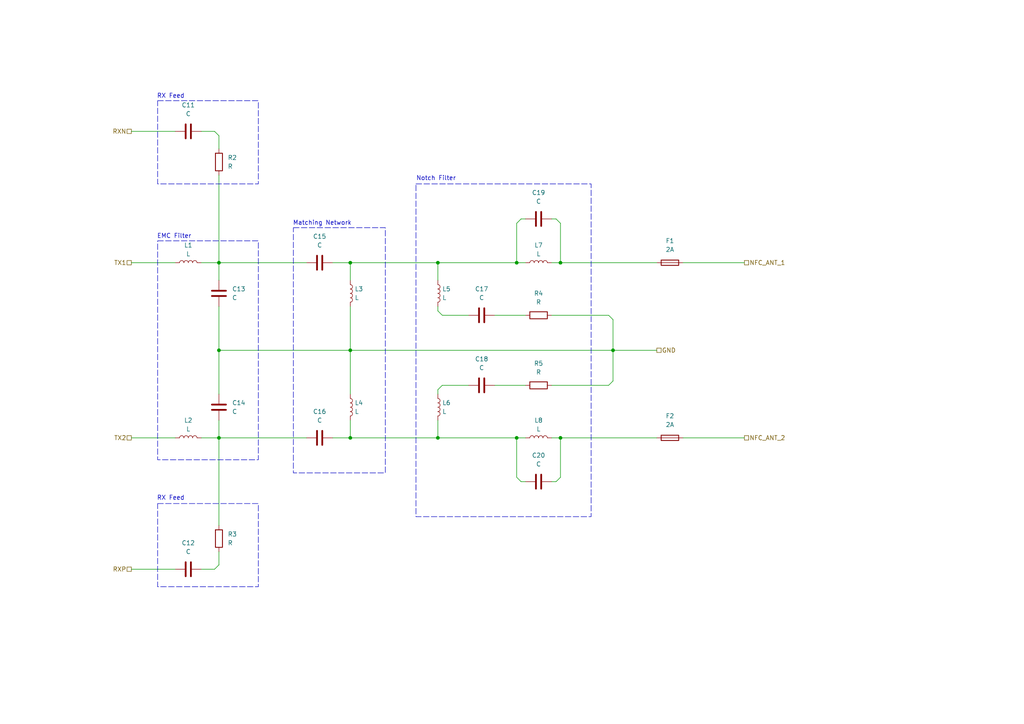
<source format=kicad_sch>
(kicad_sch (version 20231120) (generator "eeschema") (generator_version "8.0")
  (paper "A4")
  (lib_symbols
    (symbol "Device:C" (pin_numbers hide) (pin_names (offset 0.254))
      (property "Reference" "C" (at 0.635 2.54 0))
      (property "Value" "C" (at 0.635 -2.54 0))
      (symbol "C_0_1"
        (polyline (pts (xy -2.032 -0.762) (xy 2.032 -0.762)) (stroke (width 0.508)))
        (polyline (pts (xy -2.032 0.762) (xy 2.032 0.762)) (stroke (width 0.508)))
      )
      (symbol "C_1_1"
        (pin passive line (at 0 3.81 270) (length 2.794) (name "~") (number "1"))
        (pin passive line (at 0 -3.81 90) (length 2.794) (name "~") (number "2"))
      )
    )
    (symbol "Device:Fuse" (pin_numbers hide) (pin_names (offset 0))
      (property "Reference" "F" (at 2.032 0 90))
      (property "Value" "Fuse" (at -1.905 0 90))
      (symbol "Fuse_0_1"
        (rectangle (start -0.762 -2.54) (end 0.762 2.54) (stroke (width 0.254)))
        (polyline (pts (xy 0 2.54) (xy 0 -2.54)))
      )
      (symbol "Fuse_1_1"
        (pin passive line (at 0 3.81 270) (length 1.27) (name "~") (number "1"))
        (pin passive line (at 0 -3.81 90) (length 1.27) (name "~") (number "2"))
      )
    )
    (symbol "Device:L" (pin_numbers hide) (pin_names (offset 1.016) hide)
      (property "Reference" "L" (at -1.27 0 90))
      (property "Value" "L" (at 1.905 0 90))
      (symbol "L_0_1"
        (arc (start 0 -2.54) (mid 0.6323 -1.905) (end 0 -1.27))
        (arc (start 0 -1.27) (mid 0.6323 -0.635) (end 0 0))
        (arc (start 0 0) (mid 0.6323 0.635) (end 0 1.27))
        (arc (start 0 1.27) (mid 0.6323 1.905) (end 0 2.54))
      )
      (symbol "L_1_1"
        (pin passive line (at 0 3.81 270) (length 1.27) (name "1") (number "1"))
        (pin passive line (at 0 -3.81 90) (length 1.27) (name "2") (number "2"))
      )
    )
    (symbol "Device:R" (pin_numbers hide) (pin_names (offset 0))
      (property "Reference" "R" (at 2.032 0 90))
      (property "Value" "R" (at 0 0 90))
      (symbol "R_0_1"
        (rectangle (start -1.016 -2.54) (end 1.016 2.54) (stroke (width 0.254)))
      )
      (symbol "R_1_1"
        (pin passive line (at 0 3.81 270) (length 1.27) (name "~") (number "1"))
        (pin passive line (at 0 -3.81 90) (length 1.27) (name "~") (number "2"))
      )
    )
  )
  (junction (at 149.86 127))
  (junction (at 63.5 101.6))
  (junction (at 162.56 127))
  (junction (at 101.6 127))
  (junction (at 63.5 127))
  (junction (at 127 76.2))
  (junction (at 127 127))
  (junction (at 101.6 76.2))
  (junction (at 162.56 76.2))
  (junction (at 177.8 101.6))
  (junction (at 101.6 101.6))
  (junction (at 63.5 76.2))
  (junction (at 149.86 76.2))
  (wire (pts (xy 162.56 127) (xy 190.5 127)))
  (wire (pts (xy 151.13 63.5) (xy 149.86 64.77)))
  (wire (pts (xy 127 88.9) (xy 127 90.17)))
  (wire (pts (xy 176.53 111.76) (xy 177.8 110.49)))
  (wire (pts (xy 38.1 76.2) (xy 50.8 76.2)))
  (wire (pts (xy 152.4 139.7) (xy 151.13 139.7)))
  (wire (pts (xy 127 127) (xy 149.86 127)))
  (wire (pts (xy 176.53 91.44) (xy 177.8 92.71)))
  (wire (pts (xy 63.5 39.37) (xy 62.23 38.1)))
  (wire (pts (xy 101.6 88.9) (xy 101.6 101.6)))
  (wire (pts (xy 58.42 165.1) (xy 62.23 165.1)))
  (wire (pts (xy 177.8 101.6) (xy 177.8 110.49)))
  (wire (pts (xy 127 76.2) (xy 127 81.28)))
  (wire (pts (xy 162.56 127) (xy 162.56 138.43)))
  (wire (pts (xy 160.02 111.76) (xy 176.53 111.76)))
  (wire (pts (xy 149.86 64.77) (xy 149.86 76.2)))
  (wire (pts (xy 127 114.3) (xy 127 113.03)))
  (wire (pts (xy 63.5 39.37) (xy 63.5 43.18)))
  (wire (pts (xy 160.02 76.2) (xy 162.56 76.2)))
  (wire (pts (xy 38.1 165.1) (xy 50.8 165.1)))
  (wire (pts (xy 63.5 127) (xy 88.9 127)))
  (wire (pts (xy 149.86 127) (xy 152.4 127)))
  (wire (pts (xy 58.42 76.2) (xy 63.5 76.2)))
  (wire (pts (xy 38.1 127) (xy 50.8 127)))
  (wire (pts (xy 149.86 76.2) (xy 152.4 76.2)))
  (wire (pts (xy 161.29 63.5) (xy 162.56 64.77)))
  (wire (pts (xy 127 90.17) (xy 128.27 91.44)))
  (wire (pts (xy 63.5 160.02) (xy 63.5 163.83)))
  (wire (pts (xy 160.02 91.44) (xy 176.53 91.44)))
  (wire (pts (xy 63.5 50.8) (xy 63.5 76.2)))
  (wire (pts (xy 149.86 127) (xy 149.86 138.43)))
  (wire (pts (xy 96.52 127) (xy 101.6 127)))
  (wire (pts (xy 58.42 127) (xy 63.5 127)))
  (wire (pts (xy 63.5 101.6) (xy 101.6 101.6)))
  (wire (pts (xy 101.6 127) (xy 127 127)))
  (wire (pts (xy 58.42 38.1) (xy 62.23 38.1)))
  (wire (pts (xy 96.52 76.2) (xy 101.6 76.2)))
  (wire (pts (xy 162.56 76.2) (xy 190.5 76.2)))
  (wire (pts (xy 143.51 111.76) (xy 152.4 111.76)))
  (wire (pts (xy 160.02 63.5) (xy 161.29 63.5)))
  (wire (pts (xy 101.6 101.6) (xy 101.6 114.3)))
  (wire (pts (xy 127 121.92) (xy 127 127)))
  (wire (pts (xy 127 113.03) (xy 128.27 111.76)))
  (wire (pts (xy 143.51 91.44) (xy 152.4 91.44)))
  (wire (pts (xy 127 76.2) (xy 149.86 76.2)))
  (wire (pts (xy 63.5 101.6) (xy 63.5 114.3)))
  (wire (pts (xy 198.12 127) (xy 215.9 127)))
  (wire (pts (xy 162.56 64.77) (xy 162.56 76.2)))
  (wire (pts (xy 128.27 91.44) (xy 135.89 91.44)))
  (wire (pts (xy 177.8 92.71) (xy 177.8 101.6)))
  (wire (pts (xy 101.6 76.2) (xy 127 76.2)))
  (wire (pts (xy 63.5 76.2) (xy 88.9 76.2)))
  (wire (pts (xy 151.13 139.7) (xy 149.86 138.43)))
  (wire (pts (xy 198.12 76.2) (xy 215.9 76.2)))
  (wire (pts (xy 62.23 165.1) (xy 63.5 163.83)))
  (wire (pts (xy 161.29 139.7) (xy 162.56 138.43)))
  (wire (pts (xy 152.4 63.5) (xy 151.13 63.5)))
  (wire (pts (xy 177.8 101.6) (xy 190.5 101.6)))
  (wire (pts (xy 63.5 127) (xy 63.5 152.4)))
  (wire (pts (xy 128.27 111.76) (xy 135.89 111.76)))
  (wire (pts (xy 63.5 121.92) (xy 63.5 127)))
  (wire (pts (xy 160.02 127) (xy 162.56 127)))
  (wire (pts (xy 160.02 139.7) (xy 161.29 139.7)))
  (wire (pts (xy 101.6 121.92) (xy 101.6 127)))
  (wire (pts (xy 101.6 76.2) (xy 101.6 81.28)))
  (wire (pts (xy 63.5 88.9) (xy 63.5 101.6)))
  (wire (pts (xy 63.5 76.2) (xy 63.5 81.28)))
  (wire (pts (xy 101.6 101.6) (xy 177.8 101.6)))
  (wire (pts (xy 38.1 38.1) (xy 50.8 38.1)))
  (rectangle (start 85.09 66.04) (end 111.76 137.16) (stroke (width 0) (type dash)))
  (rectangle (start 45.72 69.85) (end 74.93 133.35) (stroke (width 0) (type dash)))
  (rectangle (start 120.65 53.34) (end 171.45 149.86) (stroke (width 0) (type dash)))
  (rectangle (start 45.72 29.21) (end 74.93 53.34) (stroke (width 0) (type dash)))
  (rectangle (start 45.72 146.05) (end 74.93 170.18) (stroke (width 0) (type dash)))
  (text "Matching Network\n" (at 93.472 64.77 0) (effects (font (size 1.27 1.27))))
  (text "RX Feed" (at 49.53 27.94 0) (effects (font (size 1.27 1.27))))
  (text "RX Feed" (at 49.53 144.526 0) (effects (font (size 1.27 1.27))))
  (text "EMC Filter" (at 50.546 68.58 0) (effects (font (size 1.27 1.27))))
  (text "Notch Filter\n" (at 126.492 51.816 0) (effects (font (size 1.27 1.27))))
  (hierarchical_label "RXP" (shape passive) (at 38.1 165.1 180))
  (hierarchical_label "NFC_ANT_2" (shape passive) (at 215.9 127 0))
  (hierarchical_label "TX2" (shape passive) (at 38.1 127 180))
  (hierarchical_label "TX1" (shape passive) (at 38.1 76.2 180))
  (hierarchical_label "NFC_ANT_1" (shape passive) (at 215.9 76.2 0))
  (hierarchical_label "GND" (shape passive) (at 190.5 101.6 0))
  (hierarchical_label "RXN" (shape passive) (at 38.1 38.1 180))
  (symbol (lib_id "Device:L") (at 127 85.09 0) (unit 1)
    (property "Reference" "L5" (at 128.27 83.8199 0) (effects (justify left)))
    (property "Value" "L" (at 128.27 86.3599 0) (effects (justify left)))
    (property "Description" "Inductor" (effects (hide yes)))
  )
  (symbol (lib_id "Device:L") (at 101.6 118.11 0) (unit 1)
    (property "Reference" "L4" (at 102.87 116.8399 0) (effects (justify left)))
    (property "Value" "L" (at 102.87 119.3799 0) (effects (justify left)))
    (property "Description" "Inductor" (effects (hide yes)))
  )
  (symbol (lib_id "Device:C") (at 54.61 165.1 90) (unit 1)
    (property "Reference" "C12" (at 54.61 157.48 90))
    (property "Value" "C" (at 54.61 160.02 90))
    (property "Description" "Unpolarized capacitor" (effects (hide yes)))
  )
  (symbol (lib_id "Device:Fuse") (at 194.31 127 90) (unit 1)
    (property "Reference" "F2" (at 194.31 120.65 90))
    (property "Value" "2A" (at 194.31 123.19 90))
    (property "Description" "Fuse" (effects (hide yes)))
  )
  (symbol (lib_id "Device:C") (at 63.5 85.09 0) (unit 1)
    (property "Reference" "C13" (at 67.31 83.8199 0) (effects (justify left)))
    (property "Value" "C" (at 67.31 86.3599 0) (effects (justify left)))
    (property "Description" "Unpolarized capacitor" (effects (hide yes)))
  )
  (symbol (lib_id "Device:L") (at 54.61 76.2 90) (unit 1)
    (property "Reference" "L1" (at 54.61 71.12 90))
    (property "Value" "L" (at 54.61 73.66 90))
    (property "Description" "Inductor" (effects (hide yes)))
  )
  (symbol (lib_id "Device:R") (at 63.5 156.21 0) (unit 1)
    (property "Reference" "R3" (at 66.04 154.9399 0) (effects (justify left)))
    (property "Value" "R" (at 66.04 157.4799 0) (effects (justify left)))
    (property "Description" "Resistor" (effects (hide yes)))
  )
  (symbol (lib_id "Device:L") (at 156.21 127 90) (unit 1)
    (property "Reference" "L8" (at 156.21 121.92 90))
    (property "Value" "L" (at 156.21 124.46 90))
    (property "Description" "Inductor" (effects (hide yes)))
  )
  (symbol (lib_id "Device:L") (at 127 118.11 0) (unit 1)
    (property "Reference" "L6" (at 128.27 116.8399 0) (effects (justify left)))
    (property "Value" "L" (at 128.27 119.3799 0) (effects (justify left)))
    (property "Description" "Inductor" (effects (hide yes)))
  )
  (symbol (lib_id "Device:Fuse") (at 194.31 76.2 90) (unit 1)
    (property "Reference" "F1" (at 194.31 69.85 90))
    (property "Value" "2A" (at 194.31 72.39 90))
    (property "Description" "Fuse" (effects (hide yes)))
  )
  (symbol (lib_id "Device:C") (at 63.5 118.11 0) (unit 1)
    (property "Reference" "C14" (at 67.31 116.8399 0) (effects (justify left)))
    (property "Value" "C" (at 67.31 119.3799 0) (effects (justify left)))
    (property "Description" "Unpolarized capacitor" (effects (hide yes)))
  )
  (symbol (lib_id "Device:L") (at 101.6 85.09 0) (unit 1)
    (property "Reference" "L3" (at 102.87 83.8199 0) (effects (justify left)))
    (property "Value" "L" (at 102.87 86.3599 0) (effects (justify left)))
    (property "Description" "Inductor" (effects (hide yes)))
  )
  (symbol (lib_id "Device:C") (at 156.21 63.5 90) (unit 1)
    (property "Reference" "C19" (at 156.21 55.88 90))
    (property "Value" "C" (at 156.21 58.42 90))
    (property "Description" "Unpolarized capacitor" (effects (hide yes)))
  )
  (symbol (lib_id "Device:R") (at 63.5 46.99 0) (unit 1)
    (property "Reference" "R2" (at 66.04 45.7199 0) (effects (justify left)))
    (property "Value" "R" (at 66.04 48.2599 0) (effects (justify left)))
    (property "Description" "Resistor" (effects (hide yes)))
  )
  (symbol (lib_id "Device:C") (at 139.7 111.76 90) (unit 1)
    (property "Reference" "C18" (at 139.7 104.14 90))
    (property "Value" "C" (at 139.7 106.68 90))
    (property "Description" "Unpolarized capacitor" (effects (hide yes)))
  )
  (symbol (lib_id "Device:L") (at 156.21 76.2 90) (unit 1)
    (property "Reference" "L7" (at 156.21 71.12 90))
    (property "Value" "L" (at 156.21 73.66 90))
    (property "Description" "Inductor" (effects (hide yes)))
  )
  (symbol (lib_id "Device:C") (at 92.71 76.2 90) (unit 1)
    (property "Reference" "C15" (at 92.71 68.58 90))
    (property "Value" "C" (at 92.71 71.12 90))
    (property "Description" "Unpolarized capacitor" (effects (hide yes)))
  )
  (symbol (lib_id "Device:R") (at 156.21 111.76 90) (unit 1)
    (property "Reference" "R5" (at 156.21 105.41 90))
    (property "Value" "R" (at 156.21 107.95 90))
    (property "Description" "Resistor" (effects (hide yes)))
  )
  (symbol (lib_id "Device:L") (at 54.61 127 90) (unit 1)
    (property "Reference" "L2" (at 54.61 121.92 90))
    (property "Value" "L" (at 54.61 124.46 90))
    (property "Description" "Inductor" (effects (hide yes)))
  )
  (symbol (lib_id "Device:R") (at 156.21 91.44 90) (unit 1)
    (property "Reference" "R4" (at 156.21 85.09 90))
    (property "Value" "R" (at 156.21 87.63 90))
    (property "Description" "Resistor" (effects (hide yes)))
  )
  (symbol (lib_id "Device:C") (at 156.21 139.7 90) (unit 1)
    (property "Reference" "C20" (at 156.21 132.08 90))
    (property "Value" "C" (at 156.21 134.62 90))
    (property "Description" "Unpolarized capacitor" (effects (hide yes)))
  )
  (symbol (lib_id "Device:C") (at 92.71 127 90) (unit 1)
    (property "Reference" "C16" (at 92.71 119.38 90))
    (property "Value" "C" (at 92.71 121.92 90))
    (property "Description" "Unpolarized capacitor" (effects (hide yes)))
  )
  (symbol (lib_id "Device:C") (at 54.61 38.1 90) (unit 1)
    (property "Reference" "C11" (at 54.61 30.48 90))
    (property "Value" "C" (at 54.61 33.02 90))
    (property "Description" "Unpolarized capacitor" (effects (hide yes)))
  )
  (symbol (lib_id "Device:C") (at 139.7 91.44 90) (unit 1)
    (property "Reference" "C17" (at 139.7 83.82 90))
    (property "Value" "C" (at 139.7 86.36 90))
    (property "Description" "Unpolarized capacitor" (effects (hide yes)))
  )
)
</source>
